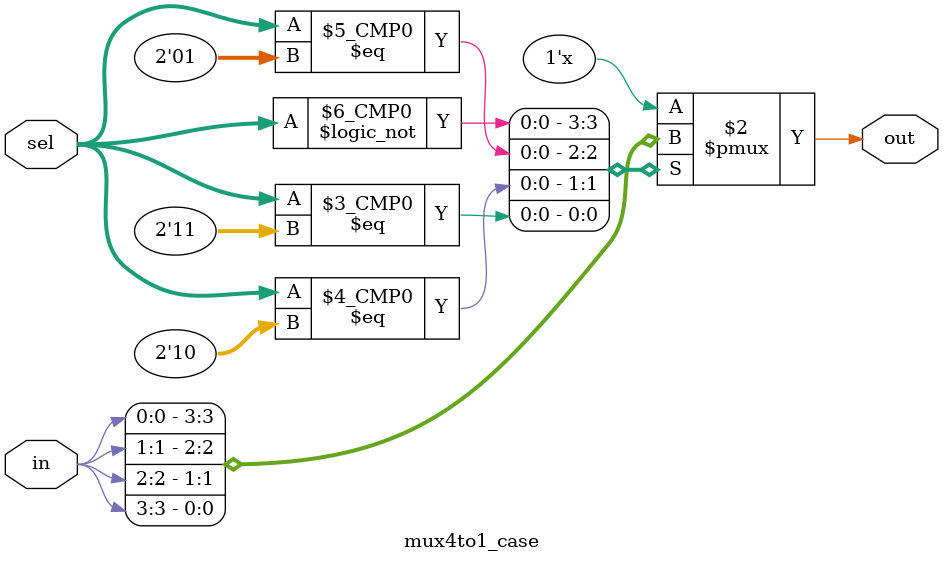
<source format=v>
module	mux_4to1_inst(	out,
			in,
			sel	);

output	out		;

input	[3:0]	in	;
input	[1:0]	sel	;


wire	[1:0]	mux_o	;


mux2to1_cond	inst_1(	.out	(	mux_o[0]	),
			.sel	(	sel[0]		),
			.in0	(	in[0]		),
			.in1	(	in[1]		));

mux2to1_cond	inst_2(	.out	(	mux_o[1]	),
			.sel	(	sel[0]	),
			.in0	(	in[0]	),
			.in1	(	in[1]	));

mux2to1_cond	inst_3(	.out	(	out	),
			.sel	(	sel[1]	),
			.in0	(	mux_o[0]	),
			.in1	(	mux_o[1]	));


endmodule  




module	mux4to1_if(	out,
			in,
			sel	);

output	out		;
input	[3:0]	in	;
input	[1:0]	sel	;

reg	out	;


always @(*) begin
	if(sel == 2'b00 ) begin
		out = in[0]	;
	end	else if(sel == 2'b01 ) begin
		out = in[1]	;
	end	else if(sel == 2'b10 ) begin
		out = in[2]	;
	end	else begin
		out = in[3]	;
	end

	end

endmodule

module	mux4to1_case(	out,
			in,
			sel	);

output	out		;
input	[3:0]	in	;
input	[1:0]	sel	;

reg	out	;

always @(*) begin
	case( sel)
	2'd0 : out = in[0]	;
	2'd1 : out = in[1]	;
	2'd2 : out = in[2]	;
	2'd3 : out = in[3]	;
	endcase
end

endmodule

</source>
